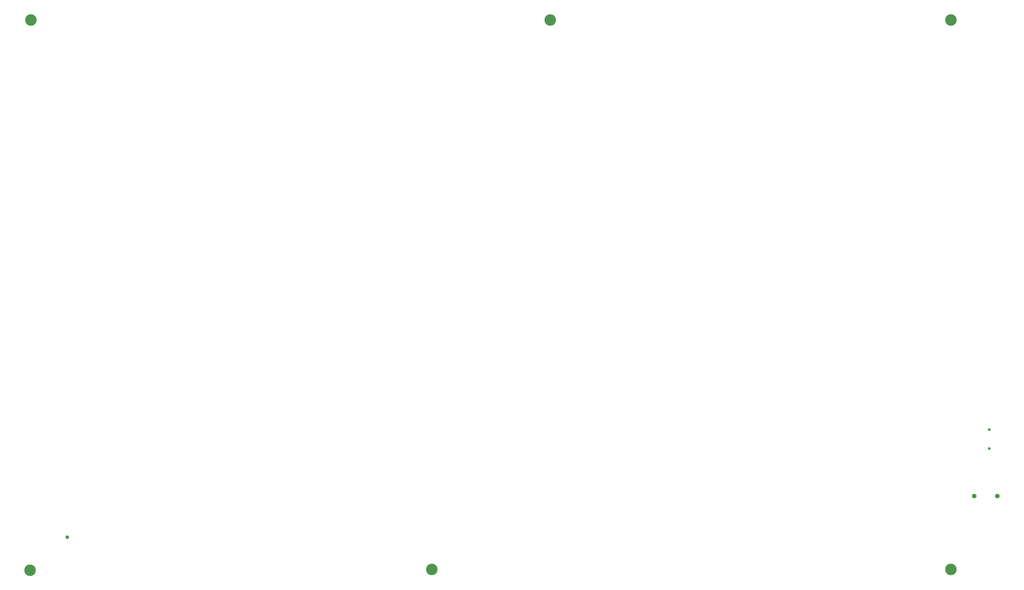
<source format=gbs>
G04 EAGLE Gerber RS-274X export*
G75*
%MOMM*%
%FSLAX34Y34*%
%LPD*%
%INSoldermask Bottom*%
%IPPOS*%
%AMOC8*
5,1,8,0,0,1.08239X$1,22.5*%
G01*
%ADD10C,3.505200*%
%ADD11C,0.853200*%
%ADD12C,1.403200*%
%ADD13C,1.103200*%


D10*
X2878600Y77500D03*
X75000Y75000D03*
D11*
X2995700Y445530D03*
X2995700Y503330D03*
D12*
X3020100Y301000D03*
X2950100Y301000D03*
D13*
X188500Y175700D03*
D10*
X1658391Y1751600D03*
X1297709Y77500D03*
X2878600Y1751600D03*
X77500Y1751600D03*
M02*

</source>
